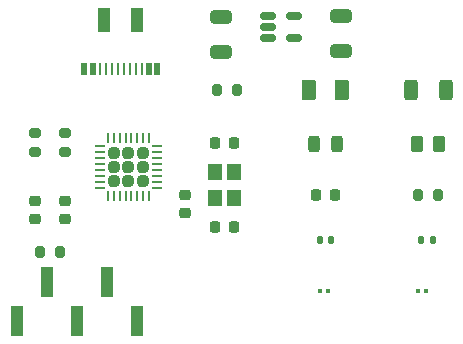
<source format=gbr>
%TF.GenerationSoftware,KiCad,Pcbnew,(5.99.0-9795-gc3c3649211)*%
%TF.CreationDate,2021-03-25T09:38:18-07:00*%
%TF.ProjectId,smd-challenge,736d642d-6368-4616-9c6c-656e67652e6b,rev?*%
%TF.SameCoordinates,Original*%
%TF.FileFunction,Paste,Top*%
%TF.FilePolarity,Positive*%
%FSLAX46Y46*%
G04 Gerber Fmt 4.6, Leading zero omitted, Abs format (unit mm)*
G04 Created by KiCad (PCBNEW (5.99.0-9795-gc3c3649211)) date 2021-03-25 09:38:18*
%MOMM*%
%LPD*%
G01*
G04 APERTURE LIST*
G04 Aperture macros list*
%AMRoundRect*
0 Rectangle with rounded corners*
0 $1 Rounding radius*
0 $2 $3 $4 $5 $6 $7 $8 $9 X,Y pos of 4 corners*
0 Add a 4 corners polygon primitive as box body*
4,1,4,$2,$3,$4,$5,$6,$7,$8,$9,$2,$3,0*
0 Add four circle primitives for the rounded corners*
1,1,$1+$1,$2,$3*
1,1,$1+$1,$4,$5*
1,1,$1+$1,$6,$7*
1,1,$1+$1,$8,$9*
0 Add four rect primitives between the rounded corners*
20,1,$1+$1,$2,$3,$4,$5,0*
20,1,$1+$1,$4,$5,$6,$7,0*
20,1,$1+$1,$6,$7,$8,$9,0*
20,1,$1+$1,$8,$9,$2,$3,0*%
G04 Aperture macros list end*
%ADD10RoundRect,0.079500X0.079500X0.100500X-0.079500X0.100500X-0.079500X-0.100500X0.079500X-0.100500X0*%
%ADD11RoundRect,0.250000X0.375000X0.625000X-0.375000X0.625000X-0.375000X-0.625000X0.375000X-0.625000X0*%
%ADD12RoundRect,0.242500X0.242500X-0.242500X0.242500X0.242500X-0.242500X0.242500X-0.242500X-0.242500X0*%
%ADD13RoundRect,0.062500X0.062500X-0.337500X0.062500X0.337500X-0.062500X0.337500X-0.062500X-0.337500X0*%
%ADD14RoundRect,0.062500X0.337500X-0.062500X0.337500X0.062500X-0.337500X0.062500X-0.337500X-0.062500X0*%
%ADD15RoundRect,0.200000X0.200000X0.275000X-0.200000X0.275000X-0.200000X-0.275000X0.200000X-0.275000X0*%
%ADD16RoundRect,0.225000X-0.250000X0.225000X-0.250000X-0.225000X0.250000X-0.225000X0.250000X0.225000X0*%
%ADD17RoundRect,0.200000X-0.275000X0.200000X-0.275000X-0.200000X0.275000X-0.200000X0.275000X0.200000X0*%
%ADD18RoundRect,0.250000X-0.650000X0.325000X-0.650000X-0.325000X0.650000X-0.325000X0.650000X0.325000X0*%
%ADD19RoundRect,0.250000X0.650000X-0.325000X0.650000X0.325000X-0.650000X0.325000X-0.650000X-0.325000X0*%
%ADD20RoundRect,0.079500X-0.079500X-0.100500X0.079500X-0.100500X0.079500X0.100500X-0.079500X0.100500X0*%
%ADD21RoundRect,0.218750X0.218750X0.256250X-0.218750X0.256250X-0.218750X-0.256250X0.218750X-0.256250X0*%
%ADD22R,1.200000X1.400000*%
%ADD23RoundRect,0.150000X-0.512500X-0.150000X0.512500X-0.150000X0.512500X0.150000X-0.512500X0.150000X0*%
%ADD24RoundRect,0.243750X0.243750X0.456250X-0.243750X0.456250X-0.243750X-0.456250X0.243750X-0.456250X0*%
%ADD25RoundRect,0.147500X0.147500X0.172500X-0.147500X0.172500X-0.147500X-0.172500X0.147500X-0.172500X0*%
%ADD26RoundRect,0.250000X-0.262500X-0.450000X0.262500X-0.450000X0.262500X0.450000X-0.262500X0.450000X0*%
%ADD27RoundRect,0.200000X-0.200000X-0.275000X0.200000X-0.275000X0.200000X0.275000X-0.200000X0.275000X0*%
%ADD28R,0.520000X1.000000*%
%ADD29R,0.270000X1.000000*%
%ADD30R,1.000000X2.000000*%
%ADD31RoundRect,0.135000X-0.135000X-0.185000X0.135000X-0.185000X0.135000X0.185000X-0.135000X0.185000X0*%
%ADD32RoundRect,0.250000X-0.312500X-0.625000X0.312500X-0.625000X0.312500X0.625000X-0.312500X0.625000X0*%
%ADD33RoundRect,0.225000X0.225000X0.250000X-0.225000X0.250000X-0.225000X-0.250000X0.225000X-0.250000X0*%
%ADD34RoundRect,0.225000X-0.225000X-0.250000X0.225000X-0.250000X0.225000X0.250000X-0.225000X0.250000X0*%
%ADD35R,1.000000X2.510000*%
G04 APERTURE END LIST*
D10*
%TO.C,D5*%
X148103750Y-64770000D03*
X148793750Y-64770000D03*
%TD*%
D11*
%TO.C,D1*%
X149946250Y-47752000D03*
X147146250Y-47752000D03*
%TD*%
D12*
%TO.C,U2*%
X131864000Y-53072000D03*
X133064000Y-55472000D03*
X130664000Y-53072000D03*
X130664000Y-54272000D03*
X133064000Y-54272000D03*
X130664000Y-55472000D03*
X131864000Y-54272000D03*
X131864000Y-55472000D03*
X133064000Y-53072000D03*
D13*
X130114000Y-56722000D03*
X130614000Y-56722000D03*
X131114000Y-56722000D03*
X131614000Y-56722000D03*
X132114000Y-56722000D03*
X132614000Y-56722000D03*
X133114000Y-56722000D03*
X133614000Y-56722000D03*
D14*
X134314000Y-56022000D03*
X134314000Y-55522000D03*
X134314000Y-55022000D03*
X134314000Y-54522000D03*
X134314000Y-54022000D03*
X134314000Y-53522000D03*
X134314000Y-53022000D03*
X134314000Y-52522000D03*
D13*
X133614000Y-51822000D03*
X133114000Y-51822000D03*
X132614000Y-51822000D03*
X132114000Y-51822000D03*
X131614000Y-51822000D03*
X131114000Y-51822000D03*
X130614000Y-51822000D03*
X130114000Y-51822000D03*
D14*
X129414000Y-52522000D03*
X129414000Y-53022000D03*
X129414000Y-53522000D03*
X129414000Y-54022000D03*
X129414000Y-54522000D03*
X129414000Y-55022000D03*
X129414000Y-55522000D03*
X129414000Y-56022000D03*
%TD*%
D15*
%TO.C,R9*%
X126047000Y-61468000D03*
X124397000Y-61468000D03*
%TD*%
D16*
%TO.C,C5*%
X123952000Y-57137000D03*
X123952000Y-58687000D03*
%TD*%
D17*
%TO.C,R3*%
X126492000Y-51372000D03*
X126492000Y-53022000D03*
%TD*%
D16*
%TO.C,C7*%
X136652000Y-56629000D03*
X136652000Y-58179000D03*
%TD*%
D18*
%TO.C,C4*%
X149860000Y-41468000D03*
X149860000Y-44418000D03*
%TD*%
D19*
%TO.C,C1*%
X139700000Y-44528000D03*
X139700000Y-41578000D03*
%TD*%
D17*
%TO.C,R2*%
X123952000Y-51372000D03*
X123952000Y-53022000D03*
%TD*%
D20*
%TO.C,R8*%
X156390250Y-64770000D03*
X157080250Y-64770000D03*
%TD*%
D21*
%TO.C,D3*%
X149333750Y-56642000D03*
X147758750Y-56642000D03*
%TD*%
D22*
%TO.C,Y1*%
X139192000Y-54696000D03*
X139192000Y-56896000D03*
X140792000Y-56896000D03*
X140792000Y-54696000D03*
%TD*%
D23*
%TO.C,U1*%
X143642500Y-41468000D03*
X143642500Y-42418000D03*
X143642500Y-43368000D03*
X145917500Y-43368000D03*
X145917500Y-41468000D03*
%TD*%
D16*
%TO.C,C6*%
X126492000Y-57137000D03*
X126492000Y-58687000D03*
%TD*%
D24*
%TO.C,D2*%
X149483750Y-52324000D03*
X147608750Y-52324000D03*
%TD*%
D25*
%TO.C,D4*%
X149031250Y-60452000D03*
X148061250Y-60452000D03*
%TD*%
D26*
%TO.C,R5*%
X156332250Y-52324000D03*
X158157250Y-52324000D03*
%TD*%
D27*
%TO.C,R6*%
X156377750Y-56642000D03*
X158027750Y-56642000D03*
%TD*%
D28*
%TO.C,J1*%
X134316000Y-45996000D03*
X133566000Y-45996000D03*
D29*
X132966000Y-45996000D03*
X132466000Y-45996000D03*
X131966000Y-45996000D03*
X131466000Y-45996000D03*
X130966000Y-45996000D03*
X130466000Y-45996000D03*
X129966000Y-45996000D03*
X129466000Y-45996000D03*
D28*
X128866000Y-45996000D03*
X128116000Y-45996000D03*
D30*
X132616000Y-41796000D03*
X129816000Y-41796000D03*
%TD*%
D31*
%TO.C,R7*%
X156605250Y-60452000D03*
X157625250Y-60452000D03*
%TD*%
D32*
%TO.C,R4*%
X155782250Y-47752000D03*
X158707250Y-47752000D03*
%TD*%
D33*
%TO.C,C2*%
X140767000Y-59352000D03*
X139217000Y-59352000D03*
%TD*%
D34*
%TO.C,C3*%
X139217000Y-52240000D03*
X140767000Y-52240000D03*
%TD*%
D35*
%TO.C,J2*%
X122419999Y-67310000D03*
X124959999Y-64000000D03*
X127499999Y-67310000D03*
X130039999Y-64000000D03*
X132579999Y-67310000D03*
%TD*%
D27*
%TO.C,R1*%
X139383000Y-47752000D03*
X141033000Y-47752000D03*
%TD*%
M02*

</source>
